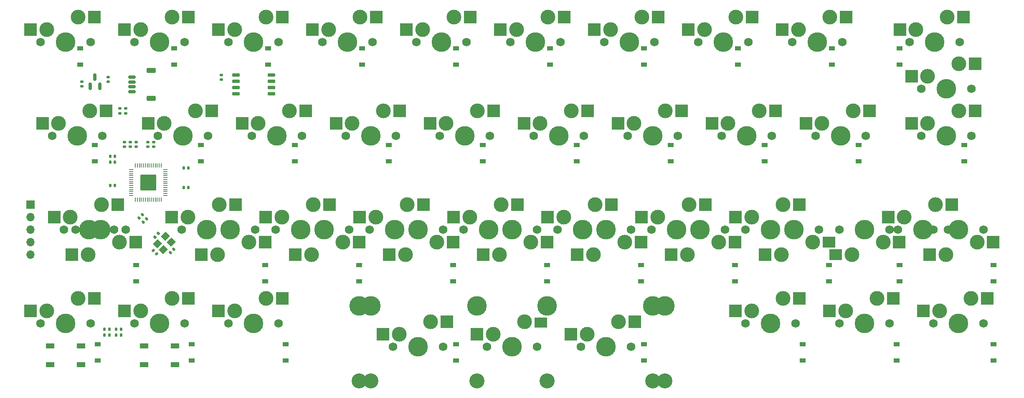
<source format=gbs>
%TF.GenerationSoftware,KiCad,Pcbnew,7.0.6*%
%TF.CreationDate,2023-09-25T18:19:59-04:00*%
%TF.ProjectId,cutiepie2040-dual-stagger-hotswap-pcb,63757469-6570-4696-9532-3034302d6475,rev?*%
%TF.SameCoordinates,PX2d6b3a0PY6f46b48*%
%TF.FileFunction,Soldermask,Bot*%
%TF.FilePolarity,Negative*%
%FSLAX46Y46*%
G04 Gerber Fmt 4.6, Leading zero omitted, Abs format (unit mm)*
G04 Created by KiCad (PCBNEW 7.0.6) date 2023-09-25 18:19:59*
%MOMM*%
%LPD*%
G01*
G04 APERTURE LIST*
G04 Aperture macros list*
%AMRoundRect*
0 Rectangle with rounded corners*
0 $1 Rounding radius*
0 $2 $3 $4 $5 $6 $7 $8 $9 X,Y pos of 4 corners*
0 Add a 4 corners polygon primitive as box body*
4,1,4,$2,$3,$4,$5,$6,$7,$8,$9,$2,$3,0*
0 Add four circle primitives for the rounded corners*
1,1,$1+$1,$2,$3*
1,1,$1+$1,$4,$5*
1,1,$1+$1,$6,$7*
1,1,$1+$1,$8,$9*
0 Add four rect primitives between the rounded corners*
20,1,$1+$1,$2,$3,$4,$5,0*
20,1,$1+$1,$4,$5,$6,$7,0*
20,1,$1+$1,$6,$7,$8,$9,0*
20,1,$1+$1,$8,$9,$2,$3,0*%
%AMRotRect*
0 Rectangle, with rotation*
0 The origin of the aperture is its center*
0 $1 length*
0 $2 width*
0 $3 Rotation angle, in degrees counterclockwise*
0 Add horizontal line*
21,1,$1,$2,0,0,$3*%
G04 Aperture macros list end*
%ADD10C,1.750000*%
%ADD11C,3.000000*%
%ADD12C,3.987800*%
%ADD13R,2.550000X2.500000*%
%ADD14RoundRect,0.140000X0.170000X-0.140000X0.170000X0.140000X-0.170000X0.140000X-0.170000X-0.140000X0*%
%ADD15R,1.200000X0.900000*%
%ADD16RoundRect,0.140000X0.021213X-0.219203X0.219203X-0.021213X-0.021213X0.219203X-0.219203X0.021213X0*%
%ADD17R,1.700000X1.000000*%
%ADD18RoundRect,0.135000X0.035355X-0.226274X0.226274X-0.035355X-0.035355X0.226274X-0.226274X0.035355X0*%
%ADD19RoundRect,0.135000X-0.135000X-0.185000X0.135000X-0.185000X0.135000X0.185000X-0.135000X0.185000X0*%
%ADD20RoundRect,0.135000X0.135000X0.185000X-0.135000X0.185000X-0.135000X-0.185000X0.135000X-0.185000X0*%
%ADD21C,3.048000*%
%ADD22R,2.550000X2.250000*%
%ADD23RoundRect,0.140000X-0.140000X-0.170000X0.140000X-0.170000X0.140000X0.170000X-0.140000X0.170000X0*%
%ADD24RoundRect,0.140000X0.140000X0.170000X-0.140000X0.170000X-0.140000X-0.170000X0.140000X-0.170000X0*%
%ADD25RoundRect,0.135000X-0.185000X0.135000X-0.185000X-0.135000X0.185000X-0.135000X0.185000X0.135000X0*%
%ADD26R,2.550000X2.150000*%
%ADD27RoundRect,0.140000X-0.021213X0.219203X-0.219203X0.021213X0.021213X-0.219203X0.219203X-0.021213X0*%
%ADD28RoundRect,0.140000X-0.170000X0.140000X-0.170000X-0.140000X0.170000X-0.140000X0.170000X0.140000X0*%
%ADD29RoundRect,0.150000X0.150000X-0.587500X0.150000X0.587500X-0.150000X0.587500X-0.150000X-0.587500X0*%
%ADD30RoundRect,0.150000X0.650000X0.150000X-0.650000X0.150000X-0.650000X-0.150000X0.650000X-0.150000X0*%
%ADD31RoundRect,0.050000X0.387500X0.050000X-0.387500X0.050000X-0.387500X-0.050000X0.387500X-0.050000X0*%
%ADD32RoundRect,0.050000X0.050000X0.387500X-0.050000X0.387500X-0.050000X-0.387500X0.050000X-0.387500X0*%
%ADD33RoundRect,0.144000X1.456000X1.456000X-1.456000X1.456000X-1.456000X-1.456000X1.456000X-1.456000X0*%
%ADD34R,1.700000X1.700000*%
%ADD35O,1.700000X1.700000*%
%ADD36RoundRect,0.140000X0.219203X0.021213X0.021213X0.219203X-0.219203X-0.021213X-0.021213X-0.219203X0*%
%ADD37RoundRect,0.150000X-0.625000X0.150000X-0.625000X-0.150000X0.625000X-0.150000X0.625000X0.150000X0*%
%ADD38RoundRect,0.229167X-0.670833X0.320833X-0.670833X-0.320833X0.670833X-0.320833X0.670833X0.320833X0*%
%ADD39RotRect,1.400000X1.200000X45.000000*%
G04 APERTURE END LIST*
D10*
%TO.C,MX49*%
X183038828Y61912748D03*
D11*
X184308828Y64452748D03*
D12*
X188118828Y61912748D03*
D11*
X190658828Y66992748D03*
D10*
X193198828Y61912748D03*
D13*
X181033828Y64452748D03*
X193960828Y66992748D03*
%TD*%
%TO.C,MX35*%
X191579380Y76517794D03*
X178652380Y73977794D03*
D10*
X180657380Y71437794D03*
D11*
X181927380Y73977794D03*
D12*
X185737380Y71437794D03*
D11*
X188277380Y76517794D03*
D10*
X190817380Y71437794D03*
%TD*%
D14*
%TO.C,C_1V-Decoup2*%
X27384318Y50121801D03*
X27384318Y51081801D03*
%TD*%
D10*
%TO.C,MX4*%
X14604880Y14287794D03*
D11*
X12064880Y19367794D03*
D12*
X9524880Y14287794D03*
D11*
X5714880Y16827794D03*
D10*
X4444880Y14287794D03*
D13*
X2439880Y16827794D03*
X15366880Y19367794D03*
%TD*%
D10*
%TO.C,MX1*%
X14604880Y71437794D03*
D11*
X12064880Y76517794D03*
D12*
X9524880Y71437794D03*
D11*
X5714880Y73977794D03*
D10*
X4444880Y71437794D03*
D13*
X2439880Y73977794D03*
X15366880Y76517794D03*
%TD*%
D15*
%TO.C,D6*%
X36909326Y47165862D03*
X36909326Y50465862D03*
%TD*%
%TO.C,D14*%
X75009358Y47165862D03*
X75009358Y50465862D03*
%TD*%
D16*
%TO.C,C_Crystal1*%
X30797350Y28650557D03*
X31476172Y29329379D03*
%TD*%
D17*
%TO.C,SW2*%
X12674928Y9639265D03*
X6374928Y9639265D03*
X12674928Y5839265D03*
X6374928Y5839265D03*
%TD*%
D10*
%TO.C,MX22*%
X119379880Y33337794D03*
D11*
X116839880Y38417794D03*
D12*
X114299880Y33337794D03*
D11*
X110489880Y35877794D03*
D10*
X109219880Y33337794D03*
D13*
X107214880Y35877794D03*
X120141880Y38417794D03*
%TD*%
D15*
%TO.C,D37*%
X197643836Y22758029D03*
X197643836Y26058029D03*
%TD*%
D18*
%TO.C,R_Crystal1*%
X27619007Y31786474D03*
X28340255Y32507722D03*
%TD*%
D10*
%TO.C,MX17*%
X95567380Y52387794D03*
D11*
X93027380Y57467794D03*
D12*
X90487380Y52387794D03*
D11*
X86677380Y54927794D03*
D10*
X85407380Y52387794D03*
D13*
X83402380Y54927794D03*
X96329380Y57467794D03*
%TD*%
D10*
%TO.C,MX43*%
X75882434Y33337674D03*
D11*
X78422434Y28257674D03*
D12*
X80962434Y33337674D03*
D11*
X84772434Y30797674D03*
D10*
X86042434Y33337674D03*
D13*
X75120434Y28257674D03*
X88047434Y30797674D03*
%TD*%
D10*
%TO.C,MX2*%
X16986130Y52387794D03*
D11*
X14446130Y57467794D03*
D12*
X11906130Y52387794D03*
D11*
X8096130Y54927794D03*
D10*
X6826130Y52387794D03*
D13*
X4821130Y54927794D03*
X17748130Y57467794D03*
%TD*%
D10*
%TO.C,MX11*%
X62229880Y33337794D03*
D11*
X59689880Y38417794D03*
D12*
X57149880Y33337794D03*
D11*
X53339880Y35877794D03*
D10*
X52069880Y33337794D03*
D13*
X50064880Y35877794D03*
X62991880Y38417794D03*
%TD*%
D19*
%TO.C,R_Flash2*%
X17349310Y13097082D03*
X18369310Y13097082D03*
%TD*%
D10*
%TO.C,MX10*%
X57467380Y52387794D03*
D11*
X54927380Y57467794D03*
D12*
X52387380Y52387794D03*
D11*
X48577380Y54927794D03*
D10*
X47307380Y52387794D03*
D13*
X45302380Y54927794D03*
X58229380Y57467794D03*
%TD*%
D10*
%TO.C,MX18*%
X100329880Y33337794D03*
D11*
X97789880Y38417794D03*
D12*
X95249880Y33337794D03*
D11*
X91439880Y35877794D03*
D10*
X90169880Y33337794D03*
D13*
X88164880Y35877794D03*
X101091880Y38417794D03*
%TD*%
D15*
%TO.C,D17*%
X94059374Y47165862D03*
X94059374Y50465862D03*
%TD*%
D10*
%TO.C,MX30*%
X157479880Y14287794D03*
D11*
X154939880Y19367794D03*
D12*
X152399880Y14287794D03*
D11*
X148589880Y16827794D03*
D10*
X147319880Y14287794D03*
D13*
X145314880Y16827794D03*
X158241880Y19367794D03*
%TD*%
D20*
%TO.C,R_Flash1*%
X20750562Y13097082D03*
X19730562Y13097082D03*
%TD*%
D17*
%TO.C,SW1*%
X25424944Y5839265D03*
X31724944Y5839265D03*
X25424944Y9639265D03*
X31724944Y9639265D03*
%TD*%
D19*
%TO.C,R_Flash3*%
X19730561Y11906456D03*
X20750561Y11906456D03*
%TD*%
D15*
%TO.C,D8*%
X35123387Y6684578D03*
X35123387Y9984578D03*
%TD*%
%TO.C,D20*%
X107751840Y66811191D03*
X107751840Y70111191D03*
%TD*%
%TO.C,D15*%
X88106244Y22758029D03*
X88106244Y26058029D03*
%TD*%
%TO.C,D31*%
X164901621Y66811191D03*
X164901621Y70111191D03*
%TD*%
D14*
%TO.C,C_3V-Decoup2*%
X21431304Y50121690D03*
X21431304Y51081690D03*
%TD*%
D21*
%TO.C,MX23*%
X131000380Y2540024D03*
D12*
X131000380Y17780024D03*
D10*
X124142380Y9525024D03*
D11*
X121602380Y14605024D03*
D12*
X119062380Y9525024D03*
D11*
X115252380Y12065024D03*
D10*
X113982380Y9525024D03*
D21*
X107124380Y2540024D03*
D12*
X107124380Y17780024D03*
D13*
X111977380Y12065024D03*
X124904380Y14605024D03*
%TD*%
D15*
%TO.C,D13*%
X69651744Y66811191D03*
X69651744Y70111191D03*
%TD*%
D10*
%TO.C,MX46*%
X133032434Y33337724D03*
D11*
X135572434Y28257724D03*
D12*
X138112434Y33337724D03*
D11*
X141922434Y30797724D03*
D10*
X143192434Y33337724D03*
D13*
X132270434Y28257724D03*
X145197434Y30797724D03*
%TD*%
D15*
%TO.C,D23*%
X126801589Y6684578D03*
X126801589Y9984578D03*
%TD*%
D10*
%TO.C,MX48*%
X188436184Y33337514D03*
D11*
X185896184Y38417514D03*
D12*
X183356184Y33337514D03*
D11*
X179546184Y35877514D03*
D10*
X178276184Y33337514D03*
D13*
X176271184Y35877514D03*
X189198184Y38417514D03*
%TD*%
D10*
%TO.C,MX33*%
X166369880Y33337794D03*
D11*
X168909880Y28257794D03*
D12*
X171449880Y33337794D03*
D11*
X175259880Y30797794D03*
D10*
X176529880Y33337794D03*
D22*
X165607880Y28257794D03*
D13*
X178534880Y30797794D03*
%TD*%
D14*
%TO.C,C_3V-Decoup7*%
X22621812Y50121690D03*
X22621812Y51081690D03*
%TD*%
D15*
%TO.C,D32*%
X170259438Y47165862D03*
X170259438Y50465862D03*
%TD*%
%TO.C,D4*%
X16073371Y6684578D03*
X16073371Y9984578D03*
%TD*%
D10*
%TO.C,MX13*%
X71754880Y71437794D03*
D11*
X69214880Y76517794D03*
D12*
X66674880Y71437794D03*
D11*
X62864880Y73977794D03*
D10*
X61594880Y71437794D03*
D13*
X59589880Y73977794D03*
X72516880Y76517794D03*
%TD*%
D23*
%TO.C,C_3V-Decoup9*%
X33452761Y41862608D03*
X34412761Y41862608D03*
%TD*%
D24*
%TO.C,C_3V-Decoup4*%
X19529936Y42267419D03*
X18569936Y42267419D03*
%TD*%
D15*
%TO.C,D26*%
X145256292Y22758029D03*
X145256292Y26058029D03*
%TD*%
D10*
%TO.C,MX29*%
X157479880Y33337794D03*
D11*
X154939880Y38417794D03*
D12*
X152399880Y33337794D03*
D11*
X148589880Y35877794D03*
D10*
X147319880Y33337794D03*
D13*
X145314880Y35877794D03*
X158241880Y38417794D03*
%TD*%
D15*
%TO.C,D28*%
X151209422Y47165862D03*
X151209422Y50465862D03*
%TD*%
D10*
%TO.C,MX15*%
X81279880Y33337794D03*
D11*
X78739880Y38417794D03*
D12*
X76199880Y33337794D03*
D11*
X72389880Y35877794D03*
D10*
X71119880Y33337794D03*
D13*
X69114880Y35877794D03*
X82041880Y38417794D03*
%TD*%
D25*
%TO.C,R_DATA1*%
X21728959Y57957801D03*
X21728959Y56937802D03*
%TD*%
D10*
%TO.C,MX41*%
X37782434Y33337724D03*
D11*
X40322434Y28257724D03*
D12*
X42862434Y33337724D03*
D11*
X46672434Y30797724D03*
D10*
X47942434Y33337724D03*
D13*
X37020434Y28257724D03*
X49947434Y30797724D03*
%TD*%
D21*
%TO.C,MX39*%
X128587380Y2540024D03*
D12*
X128587380Y17780024D03*
D10*
X105092380Y9525024D03*
D11*
X102552380Y14605024D03*
D12*
X100012380Y9525024D03*
D11*
X96202380Y12065024D03*
D10*
X94932380Y9525024D03*
D21*
X71437380Y2540024D03*
D12*
X71437380Y17780024D03*
D13*
X92927380Y12065024D03*
D26*
X105854380Y14430024D03*
%TD*%
D10*
%TO.C,MX14*%
X76517380Y52387794D03*
D11*
X73977380Y57467794D03*
D12*
X71437380Y52387794D03*
D11*
X67627380Y54927794D03*
D10*
X66357380Y52387794D03*
D13*
X64352380Y54927794D03*
X77279380Y57467794D03*
%TD*%
D10*
%TO.C,MX16*%
X90804880Y71437794D03*
D11*
X88264880Y76517794D03*
D12*
X85724880Y71437794D03*
D11*
X81914880Y73977794D03*
D10*
X80644880Y71437794D03*
D13*
X78639880Y73977794D03*
X91566880Y76517794D03*
%TD*%
D10*
%TO.C,MX5*%
X33654880Y71437794D03*
D11*
X31114880Y76517794D03*
D12*
X28574880Y71437794D03*
D11*
X24764880Y73977794D03*
D10*
X23494880Y71437794D03*
D13*
X21489880Y73977794D03*
X34416880Y76517794D03*
%TD*%
D27*
%TO.C,C_3V-Decoup8*%
X25937790Y35463074D03*
X25258968Y34784252D03*
%TD*%
D10*
%TO.C,MX40*%
X11588684Y33337724D03*
D11*
X14128684Y28257724D03*
D12*
X16668684Y33337724D03*
D11*
X20478684Y30797724D03*
D10*
X21748684Y33337724D03*
D13*
X10826684Y28257724D03*
X23753684Y30797724D03*
%TD*%
D10*
%TO.C,MX24*%
X128904880Y71437794D03*
D11*
X126364880Y76517794D03*
D12*
X123824880Y71437794D03*
D11*
X120014880Y73977794D03*
D10*
X118744880Y71437794D03*
D13*
X116739880Y73977794D03*
X129666880Y76517794D03*
%TD*%
D28*
%TO.C,C_Flash1*%
X41076517Y64710627D03*
X41076517Y63750627D03*
%TD*%
D10*
%TO.C,MX47*%
X152082434Y33337724D03*
D11*
X154622434Y28257724D03*
D12*
X157162434Y33337724D03*
D11*
X160972434Y30797724D03*
D10*
X162242434Y33337724D03*
D13*
X151320434Y28257724D03*
D22*
X164247434Y30797724D03*
%TD*%
D10*
%TO.C,MX21*%
X114617380Y52387794D03*
D11*
X112077380Y57467794D03*
D12*
X109537380Y52387794D03*
D11*
X105727380Y54927794D03*
D10*
X104457380Y52387794D03*
D13*
X102452380Y54927794D03*
X115379380Y57467794D03*
%TD*%
D10*
%TO.C,MX32*%
X171767380Y52387794D03*
D11*
X169227380Y57467794D03*
D12*
X166687380Y52387794D03*
D11*
X162877380Y54927794D03*
D10*
X161607380Y52387794D03*
D13*
X159602380Y54927794D03*
X172529380Y57467794D03*
%TD*%
D10*
%TO.C,MX38*%
X195579880Y14287794D03*
D11*
X193039880Y19367794D03*
D12*
X190499880Y14287794D03*
D11*
X186689880Y16827794D03*
D10*
X185419880Y14287794D03*
D13*
X183414880Y16827794D03*
X196341880Y19367794D03*
%TD*%
D15*
%TO.C,D10*%
X55959342Y47165862D03*
X55959342Y50465862D03*
%TD*%
D10*
%TO.C,MX20*%
X109854880Y71437794D03*
D11*
X107314880Y76517794D03*
D12*
X104774880Y71437794D03*
D11*
X100964880Y73977794D03*
D10*
X99694880Y71437794D03*
D13*
X97689880Y73977794D03*
X110616880Y76517794D03*
%TD*%
D15*
%TO.C,D35*%
X178593820Y66811191D03*
X178593820Y70111191D03*
%TD*%
D10*
%TO.C,MX6*%
X38417380Y52387794D03*
D11*
X35877380Y57467794D03*
D12*
X33337380Y52387794D03*
D11*
X29527380Y54927794D03*
D10*
X28257380Y52387794D03*
D13*
X26252380Y54927794D03*
X39179380Y57467794D03*
%TD*%
D15*
%TO.C,D38*%
X197643836Y6684578D03*
X197643836Y9984578D03*
%TD*%
%TO.C,D19*%
X88701557Y6684578D03*
X88701557Y9984578D03*
%TD*%
D29*
%TO.C,U3*%
X16428164Y62430627D03*
X14528164Y62430627D03*
X15478164Y64305627D03*
%TD*%
D10*
%TO.C,MX36*%
X193198630Y52387794D03*
D11*
X190658630Y57467794D03*
D12*
X188118630Y52387794D03*
D11*
X184308630Y54927794D03*
D10*
X183038630Y52387794D03*
D13*
X181033630Y54927794D03*
X193960630Y57467794D03*
%TD*%
D15*
%TO.C,D25*%
X132159406Y47165862D03*
X132159406Y50465862D03*
%TD*%
D10*
%TO.C,MX37*%
X185420080Y33337794D03*
D11*
X187960080Y28257794D03*
D12*
X190500080Y33337794D03*
D11*
X194310080Y30797794D03*
D10*
X195580080Y33337794D03*
D13*
X184658080Y28257794D03*
X197585080Y30797794D03*
%TD*%
D10*
%TO.C,MX8*%
X33654880Y14287794D03*
D11*
X31114880Y19367794D03*
D12*
X28574880Y14287794D03*
D11*
X24764880Y16827794D03*
D10*
X23494880Y14287794D03*
D13*
X21489880Y16827794D03*
X34416880Y19367794D03*
%TD*%
D15*
%TO.C,D11*%
X69056228Y22758029D03*
X69056228Y26058029D03*
%TD*%
D27*
%TO.C,C_1V-Decoup3*%
X25095889Y36304975D03*
X24417067Y35626153D03*
%TD*%
D10*
%TO.C,MX26*%
X138429880Y33337794D03*
D11*
X135889880Y38417794D03*
D12*
X133349880Y33337794D03*
D11*
X129539880Y35877794D03*
D10*
X128269880Y33337794D03*
D13*
X126264880Y35877794D03*
X139191880Y38417794D03*
%TD*%
D15*
%TO.C,D18*%
X107156260Y22758029D03*
X107156260Y26058029D03*
%TD*%
D10*
%TO.C,MX9*%
X52704880Y71437794D03*
D11*
X50164880Y76517794D03*
D12*
X47624880Y71437794D03*
D11*
X43814880Y73977794D03*
D10*
X42544880Y71437794D03*
D13*
X40539880Y73977794D03*
X53466880Y76517794D03*
%TD*%
D15*
%TO.C,D34*%
X177998507Y6684578D03*
X177998507Y9984578D03*
%TD*%
%TO.C,D2*%
X15478058Y47165862D03*
X15478058Y50465862D03*
%TD*%
%TO.C,D3*%
X23812440Y22758029D03*
X23812440Y26058029D03*
%TD*%
%TO.C,D29*%
X164306308Y22758029D03*
X164306308Y26058029D03*
%TD*%
D10*
%TO.C,MX44*%
X94932434Y33337724D03*
D11*
X97472434Y28257724D03*
D12*
X100012434Y33337724D03*
D11*
X103822434Y30797724D03*
D10*
X105092434Y33337724D03*
D13*
X94170434Y28257724D03*
X107097434Y30797724D03*
%TD*%
D15*
%TO.C,D16*%
X88701792Y66811191D03*
X88701792Y70111191D03*
%TD*%
D23*
%TO.C,C_3V-Decoup6*%
X33452761Y45839297D03*
X34412761Y45839297D03*
%TD*%
D10*
%TO.C,MX45*%
X113982434Y33337674D03*
D11*
X116522434Y28257674D03*
D12*
X119062434Y33337674D03*
D11*
X122872434Y30797674D03*
D10*
X124142434Y33337674D03*
D13*
X113220434Y28257674D03*
X126147434Y30797674D03*
%TD*%
D15*
%TO.C,D30*%
X158948491Y6684578D03*
X158948491Y9984578D03*
%TD*%
%TO.C,D1*%
X12501493Y66811191D03*
X12501493Y70111191D03*
%TD*%
D24*
%TO.C,C_3V-Decoup1*%
X19529936Y48220549D03*
X18569936Y48220549D03*
%TD*%
D28*
%TO.C,C_LD1*%
X18157077Y64305627D03*
X18157077Y63345627D03*
%TD*%
D10*
%TO.C,MX7*%
X43179880Y33337794D03*
D11*
X40639880Y38417794D03*
D12*
X38099880Y33337794D03*
D11*
X34289880Y35877794D03*
D10*
X33019880Y33337794D03*
D13*
X31014880Y35877794D03*
X43941880Y38417794D03*
%TD*%
D19*
%TO.C,R_RST1*%
X17349310Y11906456D03*
X18369310Y11906456D03*
%TD*%
D10*
%TO.C,MX12*%
X52704880Y14287794D03*
D11*
X50164880Y19367794D03*
D12*
X47624880Y14287794D03*
D11*
X43814880Y16827794D03*
D10*
X42544880Y14287794D03*
D13*
X40539880Y16827794D03*
X53466880Y19367794D03*
%TD*%
D10*
%TO.C,MX3*%
X19367380Y33337794D03*
D11*
X16827380Y38417794D03*
D12*
X14287380Y33337794D03*
D11*
X10477380Y35877794D03*
D10*
X9207380Y33337794D03*
D13*
X7202380Y35877794D03*
X20129380Y38417794D03*
%TD*%
D30*
%TO.C,U2*%
X51224960Y64710627D03*
X51224960Y63440627D03*
X51224960Y62170627D03*
X51224960Y60900627D03*
X44024960Y60900627D03*
X44024960Y62170627D03*
X44024960Y63440627D03*
X44024960Y64710627D03*
%TD*%
D15*
%TO.C,D33*%
X178593820Y22758029D03*
X178593820Y26058029D03*
%TD*%
%TO.C,D36*%
X191690706Y47165862D03*
X191690706Y50465862D03*
%TD*%
%TO.C,D7*%
X50006212Y22758029D03*
X50006212Y26058029D03*
%TD*%
D10*
%TO.C,MX42*%
X56832434Y33337674D03*
D11*
X59372434Y28257674D03*
D12*
X61892651Y33337674D03*
D11*
X65722434Y30797674D03*
D10*
X66992434Y33337674D03*
D13*
X56070434Y28257674D03*
X68997434Y30797674D03*
%TD*%
D15*
%TO.C,D12*%
X54173403Y6684578D03*
X54173403Y9984578D03*
%TD*%
D14*
%TO.C,C_1V-Decoup1*%
X23812440Y50121690D03*
X23812440Y51081690D03*
%TD*%
%TO.C,C_3V-Decoup3*%
X26193692Y50121801D03*
X26193692Y51081801D03*
%TD*%
D10*
%TO.C,MX27*%
X147954880Y71437794D03*
D11*
X145414880Y76517794D03*
D12*
X142874880Y71437794D03*
D11*
X139064880Y73977794D03*
D10*
X137794880Y71437794D03*
D13*
X135789880Y73977794D03*
X148716880Y76517794D03*
%TD*%
D15*
%TO.C,D22*%
X126206276Y22758029D03*
X126206276Y26058029D03*
%TD*%
D31*
%TO.C,U1*%
X29715688Y45462608D03*
X29715688Y45062608D03*
X29715688Y44662608D03*
X29715688Y44262608D03*
X29715688Y43862608D03*
X29715688Y43462608D03*
X29715688Y43062608D03*
X29715688Y42662608D03*
X29715688Y42262608D03*
X29715688Y41862608D03*
X29715688Y41462608D03*
X29715688Y41062608D03*
X29715688Y40662608D03*
X29715688Y40262608D03*
D32*
X28878188Y39425108D03*
X28478188Y39425108D03*
X28078188Y39425108D03*
X27678188Y39425108D03*
X27278188Y39425108D03*
X26878188Y39425108D03*
X26478188Y39425108D03*
X26078188Y39425108D03*
X25678188Y39425108D03*
X25278188Y39425108D03*
X24878188Y39425108D03*
X24478188Y39425108D03*
X24078188Y39425108D03*
X23678188Y39425108D03*
D31*
X22840688Y40262608D03*
X22840688Y40662608D03*
X22840688Y41062608D03*
X22840688Y41462608D03*
X22840688Y41862608D03*
X22840688Y42262608D03*
X22840688Y42662608D03*
X22840688Y43062608D03*
X22840688Y43462608D03*
X22840688Y43862608D03*
X22840688Y44262608D03*
X22840688Y44662608D03*
X22840688Y45062608D03*
X22840688Y45462608D03*
D32*
X23678188Y46300108D03*
X24078188Y46300108D03*
X24478188Y46300108D03*
X24878188Y46300108D03*
X25278188Y46300108D03*
X25678188Y46300108D03*
X26078188Y46300108D03*
X26478188Y46300108D03*
X26878188Y46300108D03*
X27278188Y46300108D03*
X27678188Y46300108D03*
X28078188Y46300108D03*
X28478188Y46300108D03*
X28878188Y46300108D03*
D33*
X26278188Y42862608D03*
%TD*%
D34*
%TO.C,J2*%
X2381172Y38417724D03*
D35*
X2381172Y35877724D03*
X2381172Y33337724D03*
X2381172Y30797724D03*
X2381172Y28257724D03*
%TD*%
D15*
%TO.C,D27*%
X145851605Y66811191D03*
X145851605Y70111191D03*
%TD*%
D36*
%TO.C,C_Crystal2*%
X27979631Y28358543D03*
X27300809Y29037365D03*
%TD*%
D10*
%TO.C,MX28*%
X152717380Y52387794D03*
D11*
X150177380Y57467794D03*
D12*
X147637380Y52387794D03*
D11*
X143827380Y54927794D03*
D10*
X142557380Y52387794D03*
D13*
X140552380Y54927794D03*
X153479380Y57467794D03*
%TD*%
D10*
%TO.C,MX25*%
X133667380Y52387794D03*
D11*
X131127380Y57467794D03*
D12*
X128587380Y52387794D03*
D11*
X124777380Y54927794D03*
D10*
X123507380Y52387794D03*
D13*
X121502380Y54927794D03*
X134429380Y57467794D03*
%TD*%
D15*
%TO.C,D9*%
X50601525Y66811191D03*
X50601525Y70111191D03*
%TD*%
%TO.C,D24*%
X126801589Y66811191D03*
X126801589Y70111191D03*
%TD*%
D24*
%TO.C,C_3V-Decoup5*%
X19529936Y47029923D03*
X18569936Y47029923D03*
%TD*%
D25*
%TO.C,R_DATA2*%
X20538333Y57957801D03*
X20538333Y56937802D03*
%TD*%
D10*
%TO.C,MX34*%
X176529880Y14287794D03*
D11*
X173989880Y19367794D03*
D12*
X171449880Y14287794D03*
D11*
X167639880Y16827794D03*
D10*
X166369880Y14287794D03*
D13*
X164364880Y16827794D03*
X177291880Y19367794D03*
%TD*%
D14*
%TO.C,C_LD2*%
X12799251Y62430627D03*
X12799251Y63390627D03*
%TD*%
D37*
%TO.C,J1*%
X23003188Y64305627D03*
X23003188Y63305627D03*
X23003188Y62305627D03*
X23003188Y61305627D03*
D38*
X26878188Y65605627D03*
X26878188Y60005627D03*
%TD*%
D21*
%TO.C,MX19*%
X92900380Y2540024D03*
D12*
X92900380Y17780024D03*
D10*
X86042380Y9525024D03*
D11*
X83502380Y14605024D03*
D12*
X80962380Y9525024D03*
D11*
X77152380Y12065024D03*
D10*
X75882380Y9525024D03*
D21*
X69024380Y2540024D03*
D12*
X69024380Y17780024D03*
D13*
X73877380Y12065024D03*
X86804380Y14605024D03*
%TD*%
D15*
%TO.C,D21*%
X113109390Y47165862D03*
X113109390Y50465862D03*
%TD*%
D39*
%TO.C,Y1*%
X28155640Y30415454D03*
X29711275Y31971089D03*
X30913356Y30769008D03*
X29357721Y29213373D03*
%TD*%
D15*
%TO.C,D5*%
X31551509Y66811191D03*
X31551509Y70111191D03*
%TD*%
D10*
%TO.C,MX31*%
X167004880Y71437794D03*
D11*
X164464880Y76517794D03*
D12*
X161924880Y71437794D03*
D11*
X158114880Y73977794D03*
D10*
X156844880Y71437794D03*
D13*
X154839880Y73977794D03*
X167766880Y76517794D03*
%TD*%
M02*

</source>
